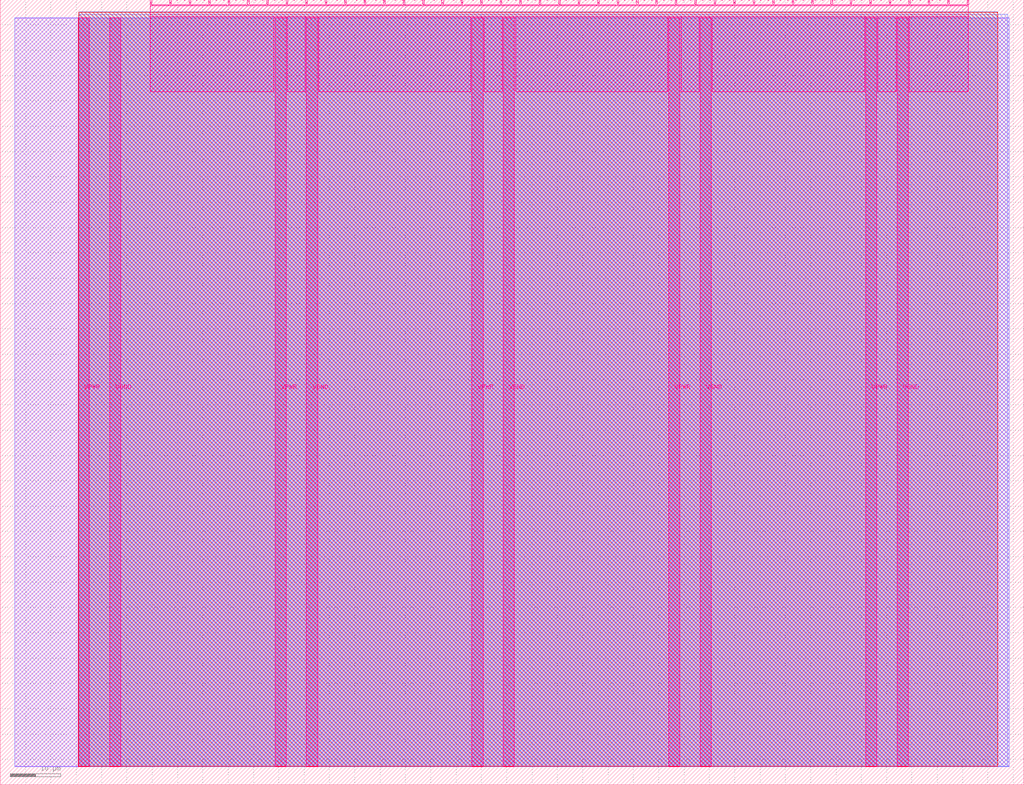
<source format=lef>
VERSION 5.7 ;
  NOWIREEXTENSIONATPIN ON ;
  DIVIDERCHAR "/" ;
  BUSBITCHARS "[]" ;
MACRO tt_um_kentrane_tinyspectrum
  CLASS BLOCK ;
  FOREIGN tt_um_kentrane_tinyspectrum ;
  ORIGIN 0.000 0.000 ;
  SIZE 202.080 BY 154.980 ;
  PIN VGND
    DIRECTION INOUT ;
    USE GROUND ;
    PORT
      LAYER Metal5 ;
        RECT 21.580 3.560 23.780 151.420 ;
    END
    PORT
      LAYER Metal5 ;
        RECT 60.450 3.560 62.650 151.420 ;
    END
    PORT
      LAYER Metal5 ;
        RECT 99.320 3.560 101.520 151.420 ;
    END
    PORT
      LAYER Metal5 ;
        RECT 138.190 3.560 140.390 151.420 ;
    END
    PORT
      LAYER Metal5 ;
        RECT 177.060 3.560 179.260 151.420 ;
    END
  END VGND
  PIN VPWR
    DIRECTION INOUT ;
    USE POWER ;
    PORT
      LAYER Metal5 ;
        RECT 15.380 3.560 17.580 151.420 ;
    END
    PORT
      LAYER Metal5 ;
        RECT 54.250 3.560 56.450 151.420 ;
    END
    PORT
      LAYER Metal5 ;
        RECT 93.120 3.560 95.320 151.420 ;
    END
    PORT
      LAYER Metal5 ;
        RECT 131.990 3.560 134.190 151.420 ;
    END
    PORT
      LAYER Metal5 ;
        RECT 170.860 3.560 173.060 151.420 ;
    END
  END VPWR
  PIN clk
    DIRECTION INPUT ;
    USE SIGNAL ;
    ANTENNAGATEAREA 0.213200 ;
    PORT
      LAYER Metal5 ;
        RECT 187.050 153.980 187.350 154.980 ;
    END
  END clk
  PIN ena
    DIRECTION INPUT ;
    USE SIGNAL ;
    ANTENNAGATEAREA 0.180700 ;
    PORT
      LAYER Metal5 ;
        RECT 190.890 153.980 191.190 154.980 ;
    END
  END ena
  PIN rst_n
    DIRECTION INPUT ;
    USE SIGNAL ;
    ANTENNAGATEAREA 0.213200 ;
    PORT
      LAYER Metal5 ;
        RECT 183.210 153.980 183.510 154.980 ;
    END
  END rst_n
  PIN ui_in[0]
    DIRECTION INPUT ;
    USE SIGNAL ;
    ANTENNAGATEAREA 0.426400 ;
    PORT
      LAYER Metal5 ;
        RECT 179.370 153.980 179.670 154.980 ;
    END
  END ui_in[0]
  PIN ui_in[1]
    DIRECTION INPUT ;
    USE SIGNAL ;
    ANTENNAGATEAREA 0.426400 ;
    PORT
      LAYER Metal5 ;
        RECT 175.530 153.980 175.830 154.980 ;
    END
  END ui_in[1]
  PIN ui_in[2]
    DIRECTION INPUT ;
    USE SIGNAL ;
    ANTENNAGATEAREA 0.213200 ;
    PORT
      LAYER Metal5 ;
        RECT 171.690 153.980 171.990 154.980 ;
    END
  END ui_in[2]
  PIN ui_in[3]
    DIRECTION INPUT ;
    USE SIGNAL ;
    ANTENNAGATEAREA 0.180700 ;
    PORT
      LAYER Metal5 ;
        RECT 167.850 153.980 168.150 154.980 ;
    END
  END ui_in[3]
  PIN ui_in[4]
    DIRECTION INPUT ;
    USE SIGNAL ;
    ANTENNAGATEAREA 0.213200 ;
    PORT
      LAYER Metal5 ;
        RECT 164.010 153.980 164.310 154.980 ;
    END
  END ui_in[4]
  PIN ui_in[5]
    DIRECTION INPUT ;
    USE SIGNAL ;
    ANTENNAGATEAREA 0.180700 ;
    PORT
      LAYER Metal5 ;
        RECT 160.170 153.980 160.470 154.980 ;
    END
  END ui_in[5]
  PIN ui_in[6]
    DIRECTION INPUT ;
    USE SIGNAL ;
    ANTENNAGATEAREA 0.180700 ;
    PORT
      LAYER Metal5 ;
        RECT 156.330 153.980 156.630 154.980 ;
    END
  END ui_in[6]
  PIN ui_in[7]
    DIRECTION INPUT ;
    USE SIGNAL ;
    ANTENNAGATEAREA 0.180700 ;
    PORT
      LAYER Metal5 ;
        RECT 152.490 153.980 152.790 154.980 ;
    END
  END ui_in[7]
  PIN uio_in[0]
    DIRECTION INPUT ;
    USE SIGNAL ;
    PORT
      LAYER Metal5 ;
        RECT 148.650 153.980 148.950 154.980 ;
    END
  END uio_in[0]
  PIN uio_in[1]
    DIRECTION INPUT ;
    USE SIGNAL ;
    PORT
      LAYER Metal5 ;
        RECT 144.810 153.980 145.110 154.980 ;
    END
  END uio_in[1]
  PIN uio_in[2]
    DIRECTION INPUT ;
    USE SIGNAL ;
    PORT
      LAYER Metal5 ;
        RECT 140.970 153.980 141.270 154.980 ;
    END
  END uio_in[2]
  PIN uio_in[3]
    DIRECTION INPUT ;
    USE SIGNAL ;
    PORT
      LAYER Metal5 ;
        RECT 137.130 153.980 137.430 154.980 ;
    END
  END uio_in[3]
  PIN uio_in[4]
    DIRECTION INPUT ;
    USE SIGNAL ;
    PORT
      LAYER Metal5 ;
        RECT 133.290 153.980 133.590 154.980 ;
    END
  END uio_in[4]
  PIN uio_in[5]
    DIRECTION INPUT ;
    USE SIGNAL ;
    PORT
      LAYER Metal5 ;
        RECT 129.450 153.980 129.750 154.980 ;
    END
  END uio_in[5]
  PIN uio_in[6]
    DIRECTION INPUT ;
    USE SIGNAL ;
    PORT
      LAYER Metal5 ;
        RECT 125.610 153.980 125.910 154.980 ;
    END
  END uio_in[6]
  PIN uio_in[7]
    DIRECTION INPUT ;
    USE SIGNAL ;
    PORT
      LAYER Metal5 ;
        RECT 121.770 153.980 122.070 154.980 ;
    END
  END uio_in[7]
  PIN uio_oe[0]
    DIRECTION OUTPUT ;
    USE SIGNAL ;
    ANTENNADIFFAREA 0.299200 ;
    PORT
      LAYER Metal5 ;
        RECT 56.490 153.980 56.790 154.980 ;
    END
  END uio_oe[0]
  PIN uio_oe[1]
    DIRECTION OUTPUT ;
    USE SIGNAL ;
    ANTENNADIFFAREA 0.299200 ;
    PORT
      LAYER Metal5 ;
        RECT 52.650 153.980 52.950 154.980 ;
    END
  END uio_oe[1]
  PIN uio_oe[2]
    DIRECTION OUTPUT ;
    USE SIGNAL ;
    ANTENNADIFFAREA 0.299200 ;
    PORT
      LAYER Metal5 ;
        RECT 48.810 153.980 49.110 154.980 ;
    END
  END uio_oe[2]
  PIN uio_oe[3]
    DIRECTION OUTPUT ;
    USE SIGNAL ;
    ANTENNADIFFAREA 0.299200 ;
    PORT
      LAYER Metal5 ;
        RECT 44.970 153.980 45.270 154.980 ;
    END
  END uio_oe[3]
  PIN uio_oe[4]
    DIRECTION OUTPUT ;
    USE SIGNAL ;
    ANTENNADIFFAREA 0.299200 ;
    PORT
      LAYER Metal5 ;
        RECT 41.130 153.980 41.430 154.980 ;
    END
  END uio_oe[4]
  PIN uio_oe[5]
    DIRECTION OUTPUT ;
    USE SIGNAL ;
    ANTENNADIFFAREA 0.299200 ;
    PORT
      LAYER Metal5 ;
        RECT 37.290 153.980 37.590 154.980 ;
    END
  END uio_oe[5]
  PIN uio_oe[6]
    DIRECTION OUTPUT ;
    USE SIGNAL ;
    ANTENNADIFFAREA 0.299200 ;
    PORT
      LAYER Metal5 ;
        RECT 33.450 153.980 33.750 154.980 ;
    END
  END uio_oe[6]
  PIN uio_oe[7]
    DIRECTION OUTPUT ;
    USE SIGNAL ;
    ANTENNADIFFAREA 0.299200 ;
    PORT
      LAYER Metal5 ;
        RECT 29.610 153.980 29.910 154.980 ;
    END
  END uio_oe[7]
  PIN uio_out[0]
    DIRECTION OUTPUT ;
    USE SIGNAL ;
    ANTENNADIFFAREA 0.299200 ;
    PORT
      LAYER Metal5 ;
        RECT 87.210 153.980 87.510 154.980 ;
    END
  END uio_out[0]
  PIN uio_out[1]
    DIRECTION OUTPUT ;
    USE SIGNAL ;
    ANTENNADIFFAREA 0.299200 ;
    PORT
      LAYER Metal5 ;
        RECT 83.370 153.980 83.670 154.980 ;
    END
  END uio_out[1]
  PIN uio_out[2]
    DIRECTION OUTPUT ;
    USE SIGNAL ;
    ANTENNADIFFAREA 0.299200 ;
    PORT
      LAYER Metal5 ;
        RECT 79.530 153.980 79.830 154.980 ;
    END
  END uio_out[2]
  PIN uio_out[3]
    DIRECTION OUTPUT ;
    USE SIGNAL ;
    ANTENNADIFFAREA 0.299200 ;
    PORT
      LAYER Metal5 ;
        RECT 75.690 153.980 75.990 154.980 ;
    END
  END uio_out[3]
  PIN uio_out[4]
    DIRECTION OUTPUT ;
    USE SIGNAL ;
    ANTENNADIFFAREA 0.299200 ;
    PORT
      LAYER Metal5 ;
        RECT 71.850 153.980 72.150 154.980 ;
    END
  END uio_out[4]
  PIN uio_out[5]
    DIRECTION OUTPUT ;
    USE SIGNAL ;
    ANTENNADIFFAREA 0.299200 ;
    PORT
      LAYER Metal5 ;
        RECT 68.010 153.980 68.310 154.980 ;
    END
  END uio_out[5]
  PIN uio_out[6]
    DIRECTION OUTPUT ;
    USE SIGNAL ;
    ANTENNADIFFAREA 0.299200 ;
    PORT
      LAYER Metal5 ;
        RECT 64.170 153.980 64.470 154.980 ;
    END
  END uio_out[6]
  PIN uio_out[7]
    DIRECTION OUTPUT ;
    USE SIGNAL ;
    ANTENNADIFFAREA 0.299200 ;
    PORT
      LAYER Metal5 ;
        RECT 60.330 153.980 60.630 154.980 ;
    END
  END uio_out[7]
  PIN uo_out[0]
    DIRECTION OUTPUT ;
    USE SIGNAL ;
    ANTENNADIFFAREA 0.632400 ;
    PORT
      LAYER Metal5 ;
        RECT 117.930 153.980 118.230 154.980 ;
    END
  END uo_out[0]
  PIN uo_out[1]
    DIRECTION OUTPUT ;
    USE SIGNAL ;
    ANTENNADIFFAREA 0.662000 ;
    PORT
      LAYER Metal5 ;
        RECT 114.090 153.980 114.390 154.980 ;
    END
  END uo_out[1]
  PIN uo_out[2]
    DIRECTION OUTPUT ;
    USE SIGNAL ;
    ANTENNADIFFAREA 0.662000 ;
    PORT
      LAYER Metal5 ;
        RECT 110.250 153.980 110.550 154.980 ;
    END
  END uo_out[2]
  PIN uo_out[3]
    DIRECTION OUTPUT ;
    USE SIGNAL ;
    ANTENNADIFFAREA 0.981400 ;
    PORT
      LAYER Metal5 ;
        RECT 106.410 153.980 106.710 154.980 ;
    END
  END uo_out[3]
  PIN uo_out[4]
    DIRECTION OUTPUT ;
    USE SIGNAL ;
    ANTENNADIFFAREA 0.662000 ;
    PORT
      LAYER Metal5 ;
        RECT 102.570 153.980 102.870 154.980 ;
    END
  END uo_out[4]
  PIN uo_out[5]
    DIRECTION OUTPUT ;
    USE SIGNAL ;
    ANTENNADIFFAREA 0.662000 ;
    PORT
      LAYER Metal5 ;
        RECT 98.730 153.980 99.030 154.980 ;
    END
  END uo_out[5]
  PIN uo_out[6]
    DIRECTION OUTPUT ;
    USE SIGNAL ;
    ANTENNADIFFAREA 0.988000 ;
    PORT
      LAYER Metal5 ;
        RECT 94.890 153.980 95.190 154.980 ;
    END
  END uo_out[6]
  PIN uo_out[7]
    DIRECTION OUTPUT ;
    USE SIGNAL ;
    ANTENNADIFFAREA 0.632400 ;
    PORT
      LAYER Metal5 ;
        RECT 91.050 153.980 91.350 154.980 ;
    END
  END uo_out[7]
  OBS
      LAYER GatPoly ;
        RECT 2.880 3.630 199.200 151.350 ;
      LAYER Metal1 ;
        RECT 2.880 3.560 199.200 151.420 ;
      LAYER Metal2 ;
        RECT 15.515 3.680 198.865 152.140 ;
      LAYER Metal3 ;
        RECT 15.560 3.635 196.900 152.605 ;
      LAYER Metal4 ;
        RECT 15.515 3.680 196.945 152.560 ;
      LAYER Metal5 ;
        RECT 30.120 153.770 33.240 153.980 ;
        RECT 33.960 153.770 37.080 153.980 ;
        RECT 37.800 153.770 40.920 153.980 ;
        RECT 41.640 153.770 44.760 153.980 ;
        RECT 45.480 153.770 48.600 153.980 ;
        RECT 49.320 153.770 52.440 153.980 ;
        RECT 53.160 153.770 56.280 153.980 ;
        RECT 57.000 153.770 60.120 153.980 ;
        RECT 60.840 153.770 63.960 153.980 ;
        RECT 64.680 153.770 67.800 153.980 ;
        RECT 68.520 153.770 71.640 153.980 ;
        RECT 72.360 153.770 75.480 153.980 ;
        RECT 76.200 153.770 79.320 153.980 ;
        RECT 80.040 153.770 83.160 153.980 ;
        RECT 83.880 153.770 87.000 153.980 ;
        RECT 87.720 153.770 90.840 153.980 ;
        RECT 91.560 153.770 94.680 153.980 ;
        RECT 95.400 153.770 98.520 153.980 ;
        RECT 99.240 153.770 102.360 153.980 ;
        RECT 103.080 153.770 106.200 153.980 ;
        RECT 106.920 153.770 110.040 153.980 ;
        RECT 110.760 153.770 113.880 153.980 ;
        RECT 114.600 153.770 117.720 153.980 ;
        RECT 118.440 153.770 121.560 153.980 ;
        RECT 122.280 153.770 125.400 153.980 ;
        RECT 126.120 153.770 129.240 153.980 ;
        RECT 129.960 153.770 133.080 153.980 ;
        RECT 133.800 153.770 136.920 153.980 ;
        RECT 137.640 153.770 140.760 153.980 ;
        RECT 141.480 153.770 144.600 153.980 ;
        RECT 145.320 153.770 148.440 153.980 ;
        RECT 149.160 153.770 152.280 153.980 ;
        RECT 153.000 153.770 156.120 153.980 ;
        RECT 156.840 153.770 159.960 153.980 ;
        RECT 160.680 153.770 163.800 153.980 ;
        RECT 164.520 153.770 167.640 153.980 ;
        RECT 168.360 153.770 171.480 153.980 ;
        RECT 172.200 153.770 175.320 153.980 ;
        RECT 176.040 153.770 179.160 153.980 ;
        RECT 179.880 153.770 183.000 153.980 ;
        RECT 183.720 153.770 186.840 153.980 ;
        RECT 187.560 153.770 190.680 153.980 ;
        RECT 29.660 151.630 191.140 153.770 ;
        RECT 29.660 136.775 54.040 151.630 ;
        RECT 56.660 136.775 60.240 151.630 ;
        RECT 62.860 136.775 92.910 151.630 ;
        RECT 95.530 136.775 99.110 151.630 ;
        RECT 101.730 136.775 131.780 151.630 ;
        RECT 134.400 136.775 137.980 151.630 ;
        RECT 140.600 136.775 170.650 151.630 ;
        RECT 173.270 136.775 176.850 151.630 ;
        RECT 179.470 136.775 191.140 151.630 ;
  END
END tt_um_kentrane_tinyspectrum
END LIBRARY


</source>
